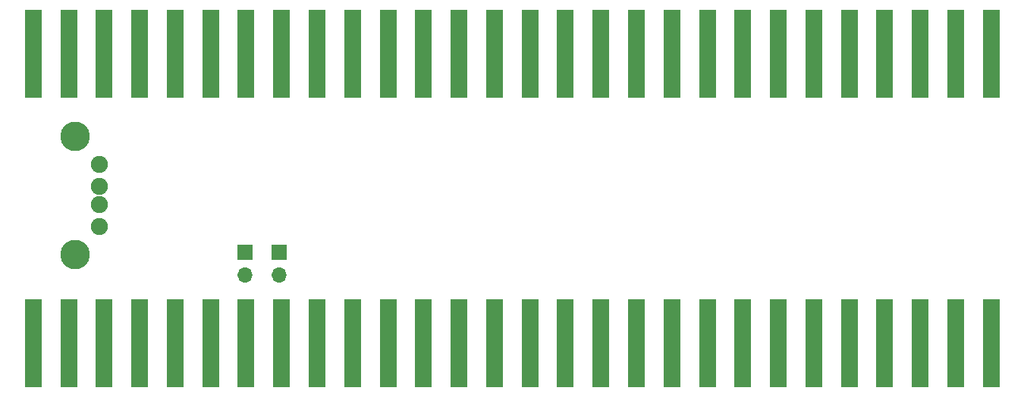
<source format=gbr>
G04 #@! TF.GenerationSoftware,KiCad,Pcbnew,(6.0.6-0)*
G04 #@! TF.CreationDate,2022-08-27T20:22:07+09:00*
G04 #@! TF.ProjectId,MahJamma,4d61684a-616d-46d6-912e-6b696361645f,rev?*
G04 #@! TF.SameCoordinates,Original*
G04 #@! TF.FileFunction,Soldermask,Bot*
G04 #@! TF.FilePolarity,Negative*
%FSLAX46Y46*%
G04 Gerber Fmt 4.6, Leading zero omitted, Abs format (unit mm)*
G04 Created by KiCad (PCBNEW (6.0.6-0)) date 2022-08-27 20:22:07*
%MOMM*%
%LPD*%
G01*
G04 APERTURE LIST*
%ADD10R,1.700000X1.700000*%
%ADD11O,1.700000X1.700000*%
%ADD12R,1.980000X9.900000*%
%ADD13C,3.300000*%
%ADD14C,1.900000*%
G04 APERTURE END LIST*
D10*
X125095000Y-73655000D03*
D11*
X125095000Y-76195000D03*
D12*
X208400000Y-51435000D03*
X204440000Y-51435000D03*
X200480000Y-51435000D03*
X196520000Y-51435000D03*
X192560000Y-51435000D03*
X188600000Y-51435000D03*
X184640000Y-51435000D03*
X180680000Y-51435000D03*
X176720000Y-51435000D03*
X172760000Y-51435000D03*
X168800000Y-51435000D03*
X164840000Y-51435000D03*
X160880000Y-51435000D03*
X156920000Y-51435000D03*
X152960000Y-51435000D03*
X149000000Y-51435000D03*
X145040000Y-51435000D03*
X141080000Y-51435000D03*
X137120000Y-51435000D03*
X133160000Y-51435000D03*
X129200000Y-51435000D03*
X125240000Y-51435000D03*
X121280000Y-51435000D03*
X117320000Y-51435000D03*
X113360000Y-51435000D03*
X109400000Y-51435000D03*
X105440000Y-51435000D03*
X101480000Y-51435000D03*
D10*
X128905000Y-73655000D03*
D11*
X128905000Y-76195000D03*
D12*
X101480000Y-83820000D03*
X105440000Y-83820000D03*
X109400000Y-83820000D03*
X113360000Y-83820000D03*
X117320000Y-83820000D03*
X121280000Y-83820000D03*
X125240000Y-83820000D03*
X129200000Y-83820000D03*
X133160000Y-83820000D03*
X137120000Y-83820000D03*
X141080000Y-83820000D03*
X145040000Y-83820000D03*
X149000000Y-83820000D03*
X152960000Y-83820000D03*
X156920000Y-83820000D03*
X160880000Y-83820000D03*
X164840000Y-83820000D03*
X168800000Y-83820000D03*
X172760000Y-83820000D03*
X176720000Y-83820000D03*
X180680000Y-83820000D03*
X184640000Y-83820000D03*
X188600000Y-83820000D03*
X192560000Y-83820000D03*
X196520000Y-83820000D03*
X200480000Y-83820000D03*
X204440000Y-83820000D03*
X208400000Y-83820000D03*
D13*
X106185000Y-60740000D03*
X106185000Y-73880000D03*
D14*
X108895000Y-70810000D03*
X108895000Y-68310000D03*
X108895000Y-66310000D03*
X108895000Y-63810000D03*
M02*

</source>
